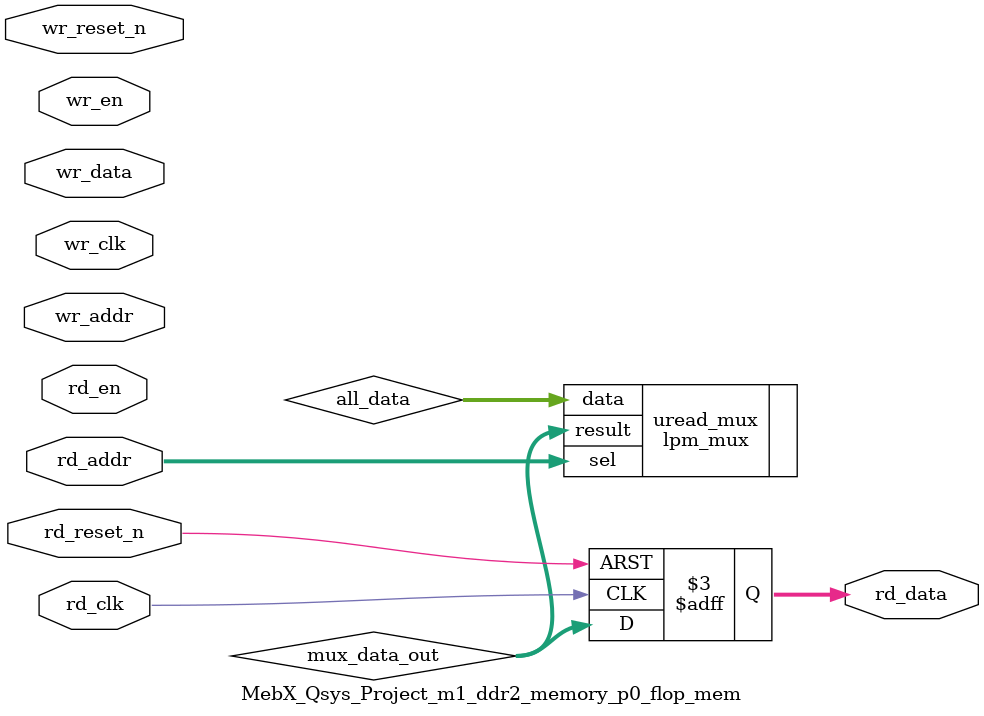
<source format=v>



`timescale 1 ps / 1 ps

(* altera_attribute = "-name ALLOW_SYNCH_CTRL_USAGE ON;-name AUTO_CLOCK_ENABLE_RECOGNITION ON" *)
module MebX_Qsys_Project_m1_ddr2_memory_p0_flop_mem(
	wr_reset_n,
	wr_clk,
	wr_en,
	wr_addr,
	wr_data,
	rd_reset_n,
	rd_clk,
	rd_en,
	rd_addr,
	rd_data
);

parameter WRITE_MEM_DEPTH	= "";
parameter WRITE_ADDR_WIDTH	= "";
parameter WRITE_DATA_WIDTH	= "";
parameter READ_MEM_DEPTH	= "";
parameter READ_ADDR_WIDTH	= "";		 
parameter READ_DATA_WIDTH	= "";


input	wr_reset_n;
input	wr_clk;
input	wr_en;
input	[WRITE_ADDR_WIDTH-1:0] wr_addr;
input	[WRITE_DATA_WIDTH-1:0] wr_data;
input	rd_reset_n;
input	rd_clk;
input	rd_en;
input	[READ_ADDR_WIDTH-1:0] rd_addr;
output	[READ_DATA_WIDTH-1:0] rd_data;



wire	[WRITE_DATA_WIDTH*WRITE_MEM_DEPTH-1:0] all_data;
wire	[READ_DATA_WIDTH-1:0] mux_data_out;



// declare a memory with WRITE_MEM_DEPTH entries
// each entry contains a data size of WRITE_DATA_WIDTH
reg	[WRITE_DATA_WIDTH-1:0] data_stored [0:WRITE_MEM_DEPTH-1] /* synthesis syn_preserve = 1 */;
reg	[READ_DATA_WIDTH-1:0] rd_data;

generate
genvar entry;
	for (entry=0; entry < WRITE_MEM_DEPTH; entry=entry+1)
	begin: mem_location
		assign all_data[(WRITE_DATA_WIDTH*(entry+1)-1) : (WRITE_DATA_WIDTH*entry)] = data_stored[entry]; 
		
		always @(posedge wr_clk or negedge wr_reset_n)
		begin
			if (~wr_reset_n) begin
				data_stored[entry] <= {WRITE_DATA_WIDTH{1'b0}};
			end else begin
				if (wr_en) begin
					if (entry == wr_addr) begin
						data_stored[entry] <= wr_data;
					end
				end
			end
		end		
	end
endgenerate

// mux to select the correct output data based on read address
lpm_mux	uread_mux(
	.sel (rd_addr),
	.data (all_data),
	.result (mux_data_out)
	// synopsys translate_off
	,
	.aclr (),
	.clken (),
	.clock ()
	// synopsys translate_on
	);
 defparam uread_mux.lpm_size = READ_MEM_DEPTH;
 defparam uread_mux.lpm_type = "LPM_MUX";
 defparam uread_mux.lpm_width = READ_DATA_WIDTH;
 defparam uread_mux.lpm_widths = READ_ADDR_WIDTH;

always @(posedge rd_clk or negedge rd_reset_n)	
begin
	if (~rd_reset_n) begin
		rd_data <= {READ_DATA_WIDTH{1'b0}};
	end else begin
		rd_data <= mux_data_out;
	end
end

endmodule

</source>
